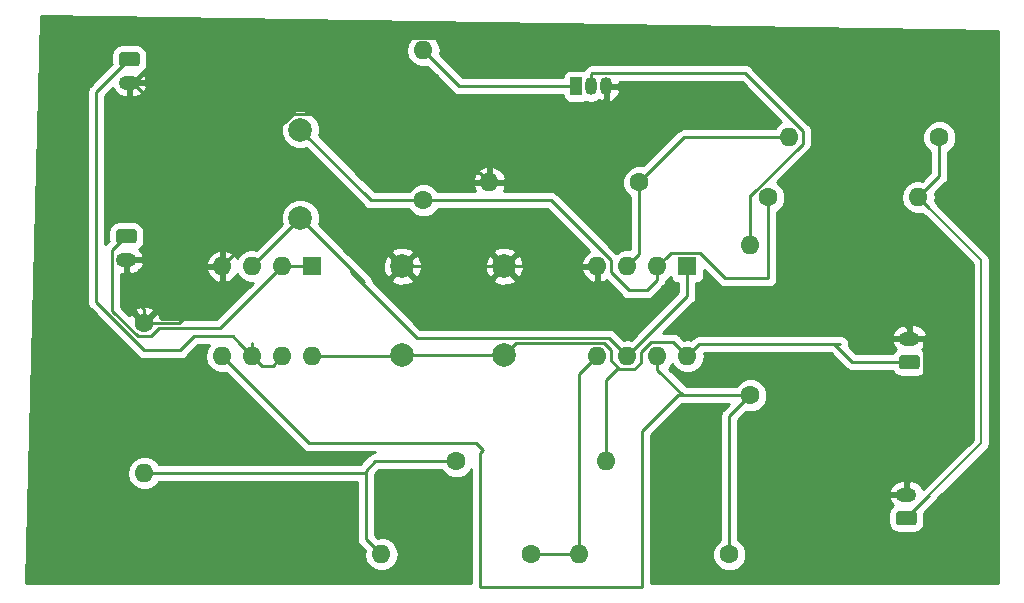
<source format=gtl>
G04 #@! TF.GenerationSoftware,KiCad,Pcbnew,(5.0.1)-rc2*
G04 #@! TF.CreationDate,2018-10-16T02:33:53-04:00*
G04 #@! TF.ProjectId,vco2,76636F322E6B696361645F7063620000,1*
G04 #@! TF.SameCoordinates,Original*
G04 #@! TF.FileFunction,Copper,L1,Top,Signal*
G04 #@! TF.FilePolarity,Positive*
%FSLAX46Y46*%
G04 Gerber Fmt 4.6, Leading zero omitted, Abs format (unit mm)*
G04 Created by KiCad (PCBNEW (5.0.1)-rc2) date 10/16/2018 2:33:53 AM*
%MOMM*%
%LPD*%
G01*
G04 APERTURE LIST*
G04 #@! TA.AperFunction,ComponentPad*
%ADD10O,1.600000X1.600000*%
G04 #@! TD*
G04 #@! TA.AperFunction,ComponentPad*
%ADD11C,1.600000*%
G04 #@! TD*
G04 #@! TA.AperFunction,ComponentPad*
%ADD12C,2.000000*%
G04 #@! TD*
G04 #@! TA.AperFunction,Conductor*
%ADD13C,0.100000*%
G04 #@! TD*
G04 #@! TA.AperFunction,ComponentPad*
%ADD14C,1.200000*%
G04 #@! TD*
G04 #@! TA.AperFunction,ComponentPad*
%ADD15O,1.750000X1.200000*%
G04 #@! TD*
G04 #@! TA.AperFunction,ComponentPad*
%ADD16O,1.050000X1.500000*%
G04 #@! TD*
G04 #@! TA.AperFunction,ComponentPad*
%ADD17R,1.050000X1.500000*%
G04 #@! TD*
G04 #@! TA.AperFunction,ComponentPad*
%ADD18R,1.600000X1.600000*%
G04 #@! TD*
G04 #@! TA.AperFunction,Conductor*
%ADD19C,0.250000*%
G04 #@! TD*
G04 #@! TA.AperFunction,Conductor*
%ADD20C,0.381000*%
G04 #@! TD*
G04 #@! TA.AperFunction,Conductor*
%ADD21C,0.152400*%
G04 #@! TD*
G04 #@! TA.AperFunction,Conductor*
%ADD22C,0.254000*%
G04 #@! TD*
G04 APERTURE END LIST*
D10*
G04 #@! TO.P,R12,2*
G04 #@! TO.N,Net-(R12-Pad2)*
X95250000Y-129032000D03*
D11*
G04 #@! TO.P,R12,1*
G04 #@! TO.N,GND*
X95250000Y-116332000D03*
G04 #@! TD*
D12*
G04 #@! TO.P,C2,1*
G04 #@! TO.N,Net-(C2-Pad1)*
X108458000Y-107442000D03*
G04 #@! TO.P,C2,2*
G04 #@! TO.N,Net-(C2-Pad2)*
X108458000Y-99942000D03*
G04 #@! TD*
G04 #@! TO.P,C3,2*
G04 #@! TO.N,+5V*
X117094000Y-119006000D03*
G04 #@! TO.P,C3,1*
G04 #@! TO.N,GND*
X117094000Y-111506000D03*
G04 #@! TD*
G04 #@! TO.P,C4,1*
G04 #@! TO.N,GND*
X125730000Y-111506000D03*
G04 #@! TO.P,C4,2*
G04 #@! TO.N,+5V*
X125730000Y-119006000D03*
G04 #@! TD*
D13*
G04 #@! TO.N,Net-(J1-Pad1)*
G04 #@! TO.C,J1*
G36*
X160415505Y-132243204D02*
X160439773Y-132246804D01*
X160463572Y-132252765D01*
X160486671Y-132261030D01*
X160508850Y-132271520D01*
X160529893Y-132284132D01*
X160549599Y-132298747D01*
X160567777Y-132315223D01*
X160584253Y-132333401D01*
X160598868Y-132353107D01*
X160611480Y-132374150D01*
X160621970Y-132396329D01*
X160630235Y-132419428D01*
X160636196Y-132443227D01*
X160639796Y-132467495D01*
X160641000Y-132491999D01*
X160641000Y-133192001D01*
X160639796Y-133216505D01*
X160636196Y-133240773D01*
X160630235Y-133264572D01*
X160621970Y-133287671D01*
X160611480Y-133309850D01*
X160598868Y-133330893D01*
X160584253Y-133350599D01*
X160567777Y-133368777D01*
X160549599Y-133385253D01*
X160529893Y-133399868D01*
X160508850Y-133412480D01*
X160486671Y-133422970D01*
X160463572Y-133431235D01*
X160439773Y-133437196D01*
X160415505Y-133440796D01*
X160391001Y-133442000D01*
X159140999Y-133442000D01*
X159116495Y-133440796D01*
X159092227Y-133437196D01*
X159068428Y-133431235D01*
X159045329Y-133422970D01*
X159023150Y-133412480D01*
X159002107Y-133399868D01*
X158982401Y-133385253D01*
X158964223Y-133368777D01*
X158947747Y-133350599D01*
X158933132Y-133330893D01*
X158920520Y-133309850D01*
X158910030Y-133287671D01*
X158901765Y-133264572D01*
X158895804Y-133240773D01*
X158892204Y-133216505D01*
X158891000Y-133192001D01*
X158891000Y-132491999D01*
X158892204Y-132467495D01*
X158895804Y-132443227D01*
X158901765Y-132419428D01*
X158910030Y-132396329D01*
X158920520Y-132374150D01*
X158933132Y-132353107D01*
X158947747Y-132333401D01*
X158964223Y-132315223D01*
X158982401Y-132298747D01*
X159002107Y-132284132D01*
X159023150Y-132271520D01*
X159045329Y-132261030D01*
X159068428Y-132252765D01*
X159092227Y-132246804D01*
X159116495Y-132243204D01*
X159140999Y-132242000D01*
X160391001Y-132242000D01*
X160415505Y-132243204D01*
X160415505Y-132243204D01*
G37*
D14*
G04 #@! TD*
G04 #@! TO.P,J1,1*
G04 #@! TO.N,Net-(J1-Pad1)*
X159766000Y-132842000D03*
D15*
G04 #@! TO.P,J1,2*
G04 #@! TO.N,GND*
X159766000Y-130842000D03*
G04 #@! TD*
G04 #@! TO.P,J2,2*
G04 #@! TO.N,GND*
X160020000Y-117634000D03*
D13*
G04 #@! TD*
G04 #@! TO.N,+5V*
G04 #@! TO.C,J2*
G36*
X160669505Y-119035204D02*
X160693773Y-119038804D01*
X160717572Y-119044765D01*
X160740671Y-119053030D01*
X160762850Y-119063520D01*
X160783893Y-119076132D01*
X160803599Y-119090747D01*
X160821777Y-119107223D01*
X160838253Y-119125401D01*
X160852868Y-119145107D01*
X160865480Y-119166150D01*
X160875970Y-119188329D01*
X160884235Y-119211428D01*
X160890196Y-119235227D01*
X160893796Y-119259495D01*
X160895000Y-119283999D01*
X160895000Y-119984001D01*
X160893796Y-120008505D01*
X160890196Y-120032773D01*
X160884235Y-120056572D01*
X160875970Y-120079671D01*
X160865480Y-120101850D01*
X160852868Y-120122893D01*
X160838253Y-120142599D01*
X160821777Y-120160777D01*
X160803599Y-120177253D01*
X160783893Y-120191868D01*
X160762850Y-120204480D01*
X160740671Y-120214970D01*
X160717572Y-120223235D01*
X160693773Y-120229196D01*
X160669505Y-120232796D01*
X160645001Y-120234000D01*
X159394999Y-120234000D01*
X159370495Y-120232796D01*
X159346227Y-120229196D01*
X159322428Y-120223235D01*
X159299329Y-120214970D01*
X159277150Y-120204480D01*
X159256107Y-120191868D01*
X159236401Y-120177253D01*
X159218223Y-120160777D01*
X159201747Y-120142599D01*
X159187132Y-120122893D01*
X159174520Y-120101850D01*
X159164030Y-120079671D01*
X159155765Y-120056572D01*
X159149804Y-120032773D01*
X159146204Y-120008505D01*
X159145000Y-119984001D01*
X159145000Y-119283999D01*
X159146204Y-119259495D01*
X159149804Y-119235227D01*
X159155765Y-119211428D01*
X159164030Y-119188329D01*
X159174520Y-119166150D01*
X159187132Y-119145107D01*
X159201747Y-119125401D01*
X159218223Y-119107223D01*
X159236401Y-119090747D01*
X159256107Y-119076132D01*
X159277150Y-119063520D01*
X159299329Y-119053030D01*
X159322428Y-119044765D01*
X159346227Y-119038804D01*
X159370495Y-119035204D01*
X159394999Y-119034000D01*
X160645001Y-119034000D01*
X160669505Y-119035204D01*
X160669505Y-119035204D01*
G37*
D14*
G04 #@! TO.P,J2,1*
G04 #@! TO.N,+5V*
X160020000Y-119634000D03*
G04 #@! TD*
D15*
G04 #@! TO.P,J3,2*
G04 #@! TO.N,GND*
X93726000Y-110966000D03*
D13*
G04 #@! TD*
G04 #@! TO.N,Net-(J3-Pad1)*
G04 #@! TO.C,J3*
G36*
X94375505Y-108367204D02*
X94399773Y-108370804D01*
X94423572Y-108376765D01*
X94446671Y-108385030D01*
X94468850Y-108395520D01*
X94489893Y-108408132D01*
X94509599Y-108422747D01*
X94527777Y-108439223D01*
X94544253Y-108457401D01*
X94558868Y-108477107D01*
X94571480Y-108498150D01*
X94581970Y-108520329D01*
X94590235Y-108543428D01*
X94596196Y-108567227D01*
X94599796Y-108591495D01*
X94601000Y-108615999D01*
X94601000Y-109316001D01*
X94599796Y-109340505D01*
X94596196Y-109364773D01*
X94590235Y-109388572D01*
X94581970Y-109411671D01*
X94571480Y-109433850D01*
X94558868Y-109454893D01*
X94544253Y-109474599D01*
X94527777Y-109492777D01*
X94509599Y-109509253D01*
X94489893Y-109523868D01*
X94468850Y-109536480D01*
X94446671Y-109546970D01*
X94423572Y-109555235D01*
X94399773Y-109561196D01*
X94375505Y-109564796D01*
X94351001Y-109566000D01*
X93100999Y-109566000D01*
X93076495Y-109564796D01*
X93052227Y-109561196D01*
X93028428Y-109555235D01*
X93005329Y-109546970D01*
X92983150Y-109536480D01*
X92962107Y-109523868D01*
X92942401Y-109509253D01*
X92924223Y-109492777D01*
X92907747Y-109474599D01*
X92893132Y-109454893D01*
X92880520Y-109433850D01*
X92870030Y-109411671D01*
X92861765Y-109388572D01*
X92855804Y-109364773D01*
X92852204Y-109340505D01*
X92851000Y-109316001D01*
X92851000Y-108615999D01*
X92852204Y-108591495D01*
X92855804Y-108567227D01*
X92861765Y-108543428D01*
X92870030Y-108520329D01*
X92880520Y-108498150D01*
X92893132Y-108477107D01*
X92907747Y-108457401D01*
X92924223Y-108439223D01*
X92942401Y-108422747D01*
X92962107Y-108408132D01*
X92983150Y-108395520D01*
X93005329Y-108385030D01*
X93028428Y-108376765D01*
X93052227Y-108370804D01*
X93076495Y-108367204D01*
X93100999Y-108366000D01*
X94351001Y-108366000D01*
X94375505Y-108367204D01*
X94375505Y-108367204D01*
G37*
D14*
G04 #@! TO.P,J3,1*
G04 #@! TO.N,Net-(J3-Pad1)*
X93726000Y-108966000D03*
G04 #@! TD*
D13*
G04 #@! TO.N,Net-(J4-Pad1)*
G04 #@! TO.C,J4*
G36*
X94629505Y-93381204D02*
X94653773Y-93384804D01*
X94677572Y-93390765D01*
X94700671Y-93399030D01*
X94722850Y-93409520D01*
X94743893Y-93422132D01*
X94763599Y-93436747D01*
X94781777Y-93453223D01*
X94798253Y-93471401D01*
X94812868Y-93491107D01*
X94825480Y-93512150D01*
X94835970Y-93534329D01*
X94844235Y-93557428D01*
X94850196Y-93581227D01*
X94853796Y-93605495D01*
X94855000Y-93629999D01*
X94855000Y-94330001D01*
X94853796Y-94354505D01*
X94850196Y-94378773D01*
X94844235Y-94402572D01*
X94835970Y-94425671D01*
X94825480Y-94447850D01*
X94812868Y-94468893D01*
X94798253Y-94488599D01*
X94781777Y-94506777D01*
X94763599Y-94523253D01*
X94743893Y-94537868D01*
X94722850Y-94550480D01*
X94700671Y-94560970D01*
X94677572Y-94569235D01*
X94653773Y-94575196D01*
X94629505Y-94578796D01*
X94605001Y-94580000D01*
X93354999Y-94580000D01*
X93330495Y-94578796D01*
X93306227Y-94575196D01*
X93282428Y-94569235D01*
X93259329Y-94560970D01*
X93237150Y-94550480D01*
X93216107Y-94537868D01*
X93196401Y-94523253D01*
X93178223Y-94506777D01*
X93161747Y-94488599D01*
X93147132Y-94468893D01*
X93134520Y-94447850D01*
X93124030Y-94425671D01*
X93115765Y-94402572D01*
X93109804Y-94378773D01*
X93106204Y-94354505D01*
X93105000Y-94330001D01*
X93105000Y-93629999D01*
X93106204Y-93605495D01*
X93109804Y-93581227D01*
X93115765Y-93557428D01*
X93124030Y-93534329D01*
X93134520Y-93512150D01*
X93147132Y-93491107D01*
X93161747Y-93471401D01*
X93178223Y-93453223D01*
X93196401Y-93436747D01*
X93216107Y-93422132D01*
X93237150Y-93409520D01*
X93259329Y-93399030D01*
X93282428Y-93390765D01*
X93306227Y-93384804D01*
X93330495Y-93381204D01*
X93354999Y-93380000D01*
X94605001Y-93380000D01*
X94629505Y-93381204D01*
X94629505Y-93381204D01*
G37*
D14*
G04 #@! TD*
G04 #@! TO.P,J4,1*
G04 #@! TO.N,Net-(J4-Pad1)*
X93980000Y-93980000D03*
D15*
G04 #@! TO.P,J4,2*
G04 #@! TO.N,GND*
X93980000Y-95980000D03*
G04 #@! TD*
D16*
G04 #@! TO.P,Q3,2*
G04 #@! TO.N,Net-(Q3-Pad2)*
X133096000Y-96266000D03*
G04 #@! TO.P,Q3,3*
G04 #@! TO.N,GND*
X134366000Y-96266000D03*
D17*
G04 #@! TO.P,Q3,1*
G04 #@! TO.N,Net-(Q3-Pad1)*
X131826000Y-96266000D03*
G04 #@! TD*
D11*
G04 #@! TO.P,R7,1*
G04 #@! TO.N,Net-(C2-Pad2)*
X148082000Y-105664000D03*
D10*
G04 #@! TO.P,R7,2*
G04 #@! TO.N,Net-(J1-Pad1)*
X160782000Y-105664000D03*
G04 #@! TD*
D11*
G04 #@! TO.P,R8,1*
G04 #@! TO.N,Net-(R12-Pad2)*
X121666000Y-128016000D03*
D10*
G04 #@! TO.P,R8,2*
G04 #@! TO.N,+5V*
X134366000Y-128016000D03*
G04 #@! TD*
G04 #@! TO.P,R9,2*
G04 #@! TO.N,Net-(R10-Pad1)*
X149860000Y-100584000D03*
D11*
G04 #@! TO.P,R9,1*
G04 #@! TO.N,Net-(J1-Pad1)*
X162560000Y-100584000D03*
G04 #@! TD*
G04 #@! TO.P,R10,1*
G04 #@! TO.N,Net-(R10-Pad1)*
X137160000Y-104394000D03*
D10*
G04 #@! TO.P,R10,2*
G04 #@! TO.N,GND*
X124460000Y-104394000D03*
G04 #@! TD*
G04 #@! TO.P,R11,2*
G04 #@! TO.N,Net-(Q3-Pad1)*
X118872000Y-93218000D03*
D11*
G04 #@! TO.P,R11,1*
G04 #@! TO.N,Net-(C2-Pad2)*
X118872000Y-105918000D03*
G04 #@! TD*
D10*
G04 #@! TO.P,R13,2*
G04 #@! TO.N,Net-(R12-Pad2)*
X115316000Y-135890000D03*
D11*
G04 #@! TO.P,R13,1*
G04 #@! TO.N,Net-(R13-Pad1)*
X128016000Y-135890000D03*
G04 #@! TD*
G04 #@! TO.P,R14,1*
G04 #@! TO.N,Net-(R14-Pad1)*
X144780000Y-135890000D03*
D10*
G04 #@! TO.P,R14,2*
G04 #@! TO.N,Net-(R13-Pad1)*
X132080000Y-135890000D03*
G04 #@! TD*
D11*
G04 #@! TO.P,R15,1*
G04 #@! TO.N,Net-(R14-Pad1)*
X146558000Y-122428000D03*
D10*
G04 #@! TO.P,R15,2*
G04 #@! TO.N,Net-(Q3-Pad2)*
X146558000Y-109728000D03*
G04 #@! TD*
D18*
G04 #@! TO.P,U3,1*
G04 #@! TO.N,Net-(C2-Pad1)*
X141224000Y-111506000D03*
D10*
G04 #@! TO.P,U3,5*
G04 #@! TO.N,Net-(R13-Pad1)*
X133604000Y-119126000D03*
G04 #@! TO.P,U3,2*
G04 #@! TO.N,Net-(C2-Pad2)*
X138684000Y-111506000D03*
G04 #@! TO.P,U3,6*
G04 #@! TO.N,Net-(C2-Pad1)*
X136144000Y-119126000D03*
G04 #@! TO.P,U3,3*
G04 #@! TO.N,Net-(R10-Pad1)*
X136144000Y-111506000D03*
G04 #@! TO.P,U3,7*
G04 #@! TO.N,Net-(R14-Pad1)*
X138684000Y-119126000D03*
G04 #@! TO.P,U3,4*
G04 #@! TO.N,GND*
X133604000Y-111506000D03*
G04 #@! TO.P,U3,8*
G04 #@! TO.N,+5V*
X141224000Y-119126000D03*
G04 #@! TD*
G04 #@! TO.P,U4,8*
G04 #@! TO.N,+5V*
X109474000Y-119126000D03*
G04 #@! TO.P,U4,4*
G04 #@! TO.N,GND*
X101854000Y-111506000D03*
G04 #@! TO.P,U4,7*
G04 #@! TO.N,Net-(J4-Pad1)*
X106934000Y-119126000D03*
G04 #@! TO.P,U4,3*
G04 #@! TO.N,Net-(C2-Pad1)*
X104394000Y-111506000D03*
G04 #@! TO.P,U4,6*
G04 #@! TO.N,Net-(J4-Pad1)*
X104394000Y-119126000D03*
G04 #@! TO.P,U4,2*
G04 #@! TO.N,Net-(J3-Pad1)*
X106934000Y-111506000D03*
G04 #@! TO.P,U4,5*
G04 #@! TO.N,Net-(R14-Pad1)*
X101854000Y-119126000D03*
D18*
G04 #@! TO.P,U4,1*
G04 #@! TO.N,Net-(J3-Pad1)*
X109474000Y-111506000D03*
G04 #@! TD*
D19*
G04 #@! TO.N,Net-(C2-Pad1)*
X104394000Y-111506000D02*
X108458000Y-107442000D01*
X109457999Y-108441999D02*
X108458000Y-107442000D01*
X113847001Y-112831001D02*
X113792000Y-112776000D01*
X141224000Y-114046000D02*
X136144000Y-119126000D01*
X141224000Y-111506000D02*
X141224000Y-114046000D01*
X112776000Y-112014000D02*
X112776000Y-111760000D01*
X118312990Y-117550990D02*
X112776000Y-112014000D01*
X134568990Y-117550990D02*
X118312990Y-117550990D01*
X136144000Y-119126000D02*
X134568990Y-117550990D01*
X113792000Y-112776000D02*
X112776000Y-111760000D01*
X112776000Y-111760000D02*
X109457999Y-108441999D01*
G04 #@! TO.N,Net-(C2-Pad2)*
X114434000Y-105918000D02*
X118872000Y-105918000D01*
X108458000Y-99942000D02*
X114434000Y-105918000D01*
X120003370Y-105918000D02*
X118872000Y-105918000D01*
X129681002Y-105918000D02*
X120003370Y-105918000D01*
X134729001Y-110965999D02*
X129681002Y-105918000D01*
X134729001Y-111994591D02*
X134729001Y-110965999D01*
X136272410Y-113538000D02*
X134729001Y-111994591D01*
X137783370Y-113538000D02*
X136272410Y-113538000D01*
X138684000Y-112637370D02*
X137783370Y-113538000D01*
X138684000Y-111506000D02*
X138684000Y-112637370D01*
X139483999Y-110706001D02*
X138684000Y-111506000D01*
X139809001Y-110380999D02*
X139483999Y-110706001D01*
X142284001Y-110380999D02*
X139809001Y-110380999D01*
X144425002Y-112522000D02*
X142284001Y-110380999D01*
X148082000Y-112522000D02*
X144425002Y-112522000D01*
X148082000Y-105664000D02*
X148082000Y-112522000D01*
G04 #@! TO.N,+5V*
X116974000Y-119126000D02*
X117094000Y-119006000D01*
X109474000Y-119126000D02*
X116974000Y-119126000D01*
X142240000Y-118110000D02*
X141224000Y-119126000D01*
X126729999Y-118006001D02*
X125730000Y-119006000D01*
X126735001Y-118000999D02*
X126729999Y-118006001D01*
X134144001Y-118000999D02*
X126735001Y-118000999D01*
X134729001Y-118585999D02*
X134144001Y-118000999D01*
X136684001Y-120251001D02*
X135491001Y-120251001D01*
X137269001Y-119666001D02*
X136684001Y-120251001D01*
X137269001Y-118762999D02*
X137269001Y-119666001D01*
X138111795Y-117920205D02*
X137269001Y-118762999D01*
X140018205Y-117920205D02*
X138111795Y-117920205D01*
X134729001Y-119489001D02*
X134729001Y-118585999D01*
X141224000Y-119126000D02*
X140018205Y-117920205D01*
X134366000Y-121158000D02*
X135382000Y-120142000D01*
X134366000Y-126238000D02*
X134366000Y-121158000D01*
X135382000Y-120142000D02*
X134729001Y-119489001D01*
X135491001Y-120251001D02*
X135382000Y-120142000D01*
X134366000Y-126238000D02*
X134366000Y-125984000D01*
X134366000Y-128016000D02*
X134366000Y-126238000D01*
X118508213Y-119006000D02*
X125730000Y-119006000D01*
X117094000Y-119006000D02*
X118508213Y-119006000D01*
X155194000Y-119634000D02*
X153670000Y-118110000D01*
X160020000Y-119634000D02*
X155194000Y-119634000D01*
X154178000Y-118110000D02*
X153670000Y-118110000D01*
X153670000Y-118110000D02*
X142240000Y-118110000D01*
G04 #@! TO.N,GND*
X93451000Y-110966000D02*
X93726000Y-110966000D01*
X101854000Y-111506000D02*
X108204000Y-105156000D01*
X110744000Y-105156000D02*
X117094000Y-111506000D01*
X108204000Y-105156000D02*
X110744000Y-105156000D01*
X125730000Y-111506000D02*
X133604000Y-111506000D01*
X101314000Y-110966000D02*
X101854000Y-111506000D01*
X159766000Y-129992000D02*
X159766000Y-130842000D01*
X161220010Y-128537990D02*
X159766000Y-129992000D01*
X161220010Y-117709010D02*
X161220010Y-128537990D01*
X161145000Y-117634000D02*
X161220010Y-117709010D01*
X160020000Y-117634000D02*
X161145000Y-117634000D01*
X159798000Y-117856000D02*
X160020000Y-117634000D01*
X93726000Y-110966000D02*
X93726000Y-111816000D01*
X94940000Y-114890630D02*
X94940000Y-113030000D01*
X95250000Y-115200630D02*
X94940000Y-114890630D01*
X95250000Y-116332000D02*
X95250000Y-115200630D01*
X93726000Y-111816000D02*
X94940000Y-113030000D01*
X94940000Y-113030000D02*
X94996000Y-113086000D01*
X123660001Y-103594001D02*
X116040001Y-103594001D01*
X124460000Y-104394000D02*
X123660001Y-103594001D01*
X101854000Y-110374630D02*
X101854000Y-111506000D01*
X101854000Y-104584998D02*
X101854000Y-110374630D01*
X107821999Y-98616999D02*
X101854000Y-104584998D01*
X116040001Y-103594001D02*
X111062999Y-98616999D01*
X93705000Y-95980000D02*
X93980000Y-95980000D01*
X94255000Y-95980000D02*
X96891999Y-98616999D01*
X111062999Y-98616999D02*
X108204000Y-98616999D01*
X108204000Y-98616999D02*
X107821999Y-98616999D01*
X96381370Y-116332000D02*
X95250000Y-116332000D01*
X98172410Y-116332000D02*
X96381370Y-116332000D01*
X101854000Y-112650410D02*
X98172410Y-116332000D01*
X101854000Y-111506000D02*
X101854000Y-112650410D01*
X117094000Y-111506000D02*
X125730000Y-111506000D01*
X99060000Y-106757000D02*
X99060000Y-98616999D01*
X94851000Y-110966000D02*
X99060000Y-106757000D01*
X93726000Y-110966000D02*
X94851000Y-110966000D01*
X96891999Y-98616999D02*
X99060000Y-98616999D01*
X99060000Y-98616999D02*
X108204000Y-98616999D01*
X93980000Y-95980000D02*
X94255000Y-95980000D01*
X125591370Y-104394000D02*
X124460000Y-104394000D01*
X127238000Y-104394000D02*
X125591370Y-104394000D01*
X134366000Y-97266000D02*
X127238000Y-104394000D01*
X134366000Y-96266000D02*
X134366000Y-97266000D01*
D20*
X98142001Y-92092999D02*
X94255000Y-95980000D01*
X154801999Y-92092999D02*
X98142001Y-92092999D01*
X157226000Y-94517000D02*
X154801999Y-92092999D01*
X157226000Y-113990000D02*
X157226000Y-94517000D01*
X160020000Y-116784000D02*
X157226000Y-113990000D01*
D19*
X160020000Y-117634000D02*
X160020000Y-116784000D01*
G04 #@! TO.N,Net-(J1-Pad1)*
X162560000Y-103886000D02*
X162560000Y-100584000D01*
X160782000Y-105664000D02*
X162306000Y-104140000D01*
X162306000Y-104140000D02*
X162560000Y-103886000D01*
X161581999Y-106463999D02*
X160782000Y-105664000D01*
X161670020Y-106552020D02*
X161581999Y-106463999D01*
D21*
X166116000Y-110998000D02*
X166116000Y-126492000D01*
X161670020Y-106552020D02*
X166116000Y-110998000D01*
X166116000Y-126492000D02*
X161544000Y-131064000D01*
D19*
X159766000Y-132842000D02*
X161544000Y-131064000D01*
X161544000Y-131064000D02*
X161670020Y-130937980D01*
G04 #@! TO.N,Net-(J3-Pad1)*
X108065370Y-111506000D02*
X109474000Y-111506000D01*
X106934000Y-111506000D02*
X108065370Y-111506000D01*
X93055290Y-109636710D02*
X93726000Y-108966000D01*
X92525990Y-110166010D02*
X93055290Y-109636710D01*
X92525990Y-115272992D02*
X92525990Y-110166010D01*
X94709999Y-117457001D02*
X92525990Y-115272992D01*
X95790001Y-117457001D02*
X94709999Y-117457001D01*
X96464992Y-116782010D02*
X95790001Y-117457001D01*
X101657990Y-116782010D02*
X96464992Y-116782010D01*
X106934000Y-111506000D02*
X101657990Y-116782010D01*
G04 #@! TO.N,Net-(J4-Pad1)*
X104394000Y-119126000D02*
X104394000Y-117994630D01*
X106134001Y-119925999D02*
X106934000Y-119126000D01*
X105193999Y-119925999D02*
X106134001Y-119925999D01*
X104394000Y-119126000D02*
X105193999Y-119925999D01*
X92525990Y-95434010D02*
X93980000Y-93980000D01*
X103378000Y-118110000D02*
X103268999Y-118000999D01*
X104394000Y-119126000D02*
X103378000Y-118110000D01*
X91186000Y-96774000D02*
X92525990Y-95434010D01*
X91186000Y-114569412D02*
X91186000Y-113792000D01*
X91186000Y-113933002D02*
X91186000Y-113792000D01*
X102725001Y-117457001D02*
X99458999Y-117457001D01*
X103378000Y-118110000D02*
X102725001Y-117457001D01*
X99458999Y-117457001D02*
X98298000Y-118618000D01*
X95234588Y-118618000D02*
X91186000Y-114569412D01*
X91186000Y-113792000D02*
X91186000Y-96774000D01*
X98298000Y-118618000D02*
X95234588Y-118618000D01*
G04 #@! TO.N,Net-(Q3-Pad2)*
X146558000Y-108596630D02*
X146558000Y-109728000D01*
X150985001Y-101124001D02*
X146558000Y-105551002D01*
X146131992Y-95190990D02*
X150985001Y-100043999D01*
X133171010Y-95190990D02*
X146131992Y-95190990D01*
X133096000Y-95266000D02*
X133171010Y-95190990D01*
X150985001Y-100043999D02*
X150985001Y-101124001D01*
X133096000Y-96266000D02*
X133096000Y-95266000D01*
X146558000Y-106426000D02*
X146558000Y-108596630D01*
X146558000Y-105551002D02*
X146558000Y-106426000D01*
X146558000Y-105522998D02*
X146558000Y-106426000D01*
G04 #@! TO.N,Net-(Q3-Pad1)*
X120396000Y-94742000D02*
X118872000Y-93218000D01*
X121920000Y-96266000D02*
X118872000Y-93218000D01*
X131826000Y-96266000D02*
X121920000Y-96266000D01*
G04 #@! TO.N,Net-(R12-Pad2)*
X115939370Y-128016000D02*
X121666000Y-128016000D01*
X114808000Y-128016000D02*
X115939370Y-128016000D01*
X114516001Y-135090001D02*
X115316000Y-135890000D01*
X114008001Y-134582001D02*
X114516001Y-135090001D01*
X114808000Y-128016000D02*
X114008001Y-128815999D01*
X95250000Y-129032000D02*
X114008001Y-129032000D01*
X114008001Y-128815999D02*
X114008001Y-129032000D01*
X114008001Y-129032000D02*
X114008001Y-134582001D01*
G04 #@! TO.N,Net-(R10-Pad1)*
X137160000Y-110490000D02*
X137160000Y-104394000D01*
X136144000Y-111506000D02*
X137160000Y-110490000D01*
X140970000Y-100584000D02*
X149860000Y-100584000D01*
X137160000Y-104394000D02*
X140970000Y-100584000D01*
G04 #@! TO.N,Net-(R13-Pad1)*
X128016000Y-135890000D02*
X132080000Y-135890000D01*
X132080000Y-120650000D02*
X133604000Y-119126000D01*
X132080000Y-135890000D02*
X132080000Y-120650000D01*
G04 #@! TO.N,Net-(R14-Pad1)*
X144780000Y-124206000D02*
X146558000Y-122428000D01*
X144780000Y-135890000D02*
X144780000Y-124206000D01*
X140462000Y-122428000D02*
X137414000Y-125476000D01*
X137414000Y-125476000D02*
X137414000Y-138684000D01*
X137414000Y-138684000D02*
X123698000Y-138684000D01*
X123698000Y-138684000D02*
X123698000Y-127366998D01*
X123331002Y-126492000D02*
X123952000Y-127112998D01*
X109220000Y-126492000D02*
X123331002Y-126492000D01*
X101854000Y-119126000D02*
X109220000Y-126492000D01*
X123698000Y-127366998D02*
X123952000Y-127112998D01*
X140854630Y-122428000D02*
X141224000Y-122428000D01*
X138684000Y-120257370D02*
X140854630Y-122428000D01*
X138684000Y-119126000D02*
X138684000Y-120257370D01*
X146558000Y-122428000D02*
X141224000Y-122428000D01*
X141224000Y-122428000D02*
X140462000Y-122428000D01*
G04 #@! TD*
D22*
G04 #@! TO.N,GND*
G36*
X167513000Y-91565031D02*
X167513000Y-138303000D01*
X138174000Y-138303000D01*
X138174000Y-125790801D01*
X140776802Y-123188000D01*
X140779782Y-123188000D01*
X140854629Y-123202888D01*
X140929476Y-123188000D01*
X144723199Y-123188000D01*
X144295528Y-123615671D01*
X144232072Y-123658071D01*
X144189672Y-123721527D01*
X144189671Y-123721528D01*
X144064097Y-123909463D01*
X144005112Y-124206000D01*
X144020001Y-124280852D01*
X144020000Y-134651570D01*
X143967138Y-134673466D01*
X143563466Y-135077138D01*
X143345000Y-135604561D01*
X143345000Y-136175439D01*
X143563466Y-136702862D01*
X143967138Y-137106534D01*
X144494561Y-137325000D01*
X145065439Y-137325000D01*
X145592862Y-137106534D01*
X145996534Y-136702862D01*
X146215000Y-136175439D01*
X146215000Y-135604561D01*
X145996534Y-135077138D01*
X145592862Y-134673466D01*
X145540000Y-134651570D01*
X145540000Y-132491999D01*
X158243560Y-132491999D01*
X158243560Y-133192001D01*
X158311873Y-133535436D01*
X158506414Y-133826586D01*
X158797564Y-134021127D01*
X159140999Y-134089440D01*
X160391001Y-134089440D01*
X160734436Y-134021127D01*
X161025586Y-133826586D01*
X161220127Y-133535436D01*
X161288440Y-133192001D01*
X161288440Y-132491999D01*
X161272241Y-132410561D01*
X162134329Y-131548473D01*
X162134331Y-131548470D01*
X162260349Y-131422452D01*
X162385923Y-131234517D01*
X162387575Y-131226213D01*
X166569367Y-127044422D01*
X166628746Y-127004746D01*
X166668422Y-126945367D01*
X166668424Y-126945365D01*
X166785935Y-126769498D01*
X166785935Y-126769497D01*
X166785936Y-126769496D01*
X166827200Y-126562046D01*
X166827200Y-126562043D01*
X166841132Y-126492001D01*
X166827200Y-126421959D01*
X166827200Y-111068041D01*
X166841132Y-110997999D01*
X166827200Y-110927955D01*
X166827200Y-110927954D01*
X166785936Y-110720504D01*
X166785935Y-110720502D01*
X166668424Y-110544635D01*
X166668420Y-110544631D01*
X166628745Y-110485254D01*
X166569369Y-110445580D01*
X162387575Y-106263787D01*
X162385923Y-106255483D01*
X162260349Y-106067547D01*
X162180688Y-105987886D01*
X162245113Y-105664000D01*
X162180688Y-105340114D01*
X162896329Y-104624474D01*
X162896333Y-104624468D01*
X163044470Y-104476331D01*
X163107929Y-104433929D01*
X163275904Y-104182537D01*
X163320000Y-103960852D01*
X163320000Y-103960848D01*
X163334888Y-103886001D01*
X163320000Y-103811154D01*
X163320000Y-101822430D01*
X163372862Y-101800534D01*
X163776534Y-101396862D01*
X163995000Y-100869439D01*
X163995000Y-100298561D01*
X163776534Y-99771138D01*
X163372862Y-99367466D01*
X162845439Y-99149000D01*
X162274561Y-99149000D01*
X161747138Y-99367466D01*
X161343466Y-99771138D01*
X161125000Y-100298561D01*
X161125000Y-100869439D01*
X161343466Y-101396862D01*
X161747138Y-101800534D01*
X161800001Y-101822430D01*
X161800000Y-103571197D01*
X161105886Y-104265312D01*
X160923333Y-104229000D01*
X160640667Y-104229000D01*
X160222091Y-104312260D01*
X159747423Y-104629423D01*
X159430260Y-105104091D01*
X159318887Y-105664000D01*
X159430260Y-106223909D01*
X159747423Y-106698577D01*
X160222091Y-107015740D01*
X160640667Y-107099000D01*
X160923333Y-107099000D01*
X161105886Y-107062688D01*
X161185547Y-107142349D01*
X161373483Y-107267923D01*
X161381787Y-107269575D01*
X165404800Y-111292589D01*
X165404801Y-126197410D01*
X161381787Y-130220425D01*
X161373483Y-130222077D01*
X161185548Y-130347651D01*
X161166894Y-130366305D01*
X161004080Y-130058526D01*
X160630947Y-129749610D01*
X160168000Y-129607000D01*
X159893000Y-129607000D01*
X159893000Y-130715000D01*
X159913000Y-130715000D01*
X159913000Y-130969000D01*
X159893000Y-130969000D01*
X159893000Y-130989000D01*
X159639000Y-130989000D01*
X159639000Y-130969000D01*
X158422269Y-130969000D01*
X158297538Y-131159609D01*
X158301408Y-131197281D01*
X158527920Y-131625474D01*
X158673347Y-131745873D01*
X158506414Y-131857414D01*
X158311873Y-132148564D01*
X158243560Y-132491999D01*
X145540000Y-132491999D01*
X145540000Y-130524391D01*
X158297538Y-130524391D01*
X158422269Y-130715000D01*
X159639000Y-130715000D01*
X159639000Y-129607000D01*
X159364000Y-129607000D01*
X158901053Y-129749610D01*
X158527920Y-130058526D01*
X158301408Y-130486719D01*
X158297538Y-130524391D01*
X145540000Y-130524391D01*
X145540000Y-124520801D01*
X146219698Y-123841103D01*
X146272561Y-123863000D01*
X146843439Y-123863000D01*
X147370862Y-123644534D01*
X147774534Y-123240862D01*
X147993000Y-122713439D01*
X147993000Y-122142561D01*
X147774534Y-121615138D01*
X147370862Y-121211466D01*
X146843439Y-120993000D01*
X146272561Y-120993000D01*
X145745138Y-121211466D01*
X145341466Y-121615138D01*
X145319570Y-121668000D01*
X141169433Y-121668000D01*
X139684667Y-120183235D01*
X139718577Y-120160577D01*
X139954000Y-119808242D01*
X140189423Y-120160577D01*
X140664091Y-120477740D01*
X141082667Y-120561000D01*
X141365333Y-120561000D01*
X141783909Y-120477740D01*
X142258577Y-120160577D01*
X142575740Y-119685909D01*
X142687113Y-119126000D01*
X142636191Y-118870000D01*
X153355199Y-118870000D01*
X154603673Y-120118476D01*
X154646071Y-120181929D01*
X154709524Y-120224327D01*
X154709526Y-120224329D01*
X154749444Y-120251001D01*
X154897463Y-120349904D01*
X155119148Y-120394000D01*
X155119152Y-120394000D01*
X155193999Y-120408888D01*
X155268846Y-120394000D01*
X158610350Y-120394000D01*
X158760414Y-120618586D01*
X159051564Y-120813127D01*
X159394999Y-120881440D01*
X160645001Y-120881440D01*
X160988436Y-120813127D01*
X161279586Y-120618586D01*
X161474127Y-120327436D01*
X161542440Y-119984001D01*
X161542440Y-119283999D01*
X161474127Y-118940564D01*
X161279586Y-118649414D01*
X161112653Y-118537873D01*
X161258080Y-118417474D01*
X161484592Y-117989281D01*
X161488462Y-117951609D01*
X161363731Y-117761000D01*
X160147000Y-117761000D01*
X160147000Y-117781000D01*
X159893000Y-117781000D01*
X159893000Y-117761000D01*
X158676269Y-117761000D01*
X158551538Y-117951609D01*
X158555408Y-117989281D01*
X158781920Y-118417474D01*
X158927347Y-118537873D01*
X158760414Y-118649414D01*
X158610350Y-118874000D01*
X155508803Y-118874000D01*
X154918365Y-118283563D01*
X154952889Y-118110000D01*
X154893904Y-117813463D01*
X154725929Y-117562071D01*
X154474537Y-117394096D01*
X154252852Y-117350000D01*
X153744847Y-117350000D01*
X153670000Y-117335112D01*
X153595153Y-117350000D01*
X142314847Y-117350000D01*
X142240000Y-117335112D01*
X142165153Y-117350000D01*
X142165148Y-117350000D01*
X141943463Y-117394096D01*
X141692071Y-117562071D01*
X141649671Y-117625527D01*
X141547886Y-117727312D01*
X141365333Y-117691000D01*
X141082667Y-117691000D01*
X140900113Y-117727312D01*
X140608536Y-117435735D01*
X140566134Y-117372276D01*
X140482497Y-117316391D01*
X158551538Y-117316391D01*
X158676269Y-117507000D01*
X159893000Y-117507000D01*
X159893000Y-116399000D01*
X160147000Y-116399000D01*
X160147000Y-117507000D01*
X161363731Y-117507000D01*
X161488462Y-117316391D01*
X161484592Y-117278719D01*
X161258080Y-116850526D01*
X160884947Y-116541610D01*
X160422000Y-116399000D01*
X160147000Y-116399000D01*
X159893000Y-116399000D01*
X159618000Y-116399000D01*
X159155053Y-116541610D01*
X158781920Y-116850526D01*
X158555408Y-117278719D01*
X158551538Y-117316391D01*
X140482497Y-117316391D01*
X140314742Y-117204301D01*
X140093057Y-117160205D01*
X140093052Y-117160205D01*
X140018205Y-117145317D01*
X139943358Y-117160205D01*
X139184596Y-117160205D01*
X141708473Y-114636329D01*
X141771929Y-114593929D01*
X141939904Y-114342537D01*
X141984000Y-114120852D01*
X141984000Y-114120847D01*
X141998888Y-114046000D01*
X141984000Y-113971153D01*
X141984000Y-112953440D01*
X142024000Y-112953440D01*
X142271765Y-112904157D01*
X142481809Y-112763809D01*
X142622157Y-112553765D01*
X142671440Y-112306000D01*
X142671440Y-111843239D01*
X143834673Y-113006473D01*
X143877073Y-113069929D01*
X143940529Y-113112329D01*
X144128464Y-113237904D01*
X144176607Y-113247480D01*
X144350150Y-113282000D01*
X144350154Y-113282000D01*
X144425002Y-113296888D01*
X144499850Y-113282000D01*
X148007148Y-113282000D01*
X148082000Y-113296889D01*
X148211590Y-113271112D01*
X148378537Y-113237904D01*
X148629929Y-113069929D01*
X148797904Y-112818537D01*
X148856889Y-112522000D01*
X148842000Y-112447148D01*
X148842000Y-106902430D01*
X148894862Y-106880534D01*
X149298534Y-106476862D01*
X149517000Y-105949439D01*
X149517000Y-105378561D01*
X149298534Y-104851138D01*
X148894862Y-104447466D01*
X148782768Y-104401035D01*
X151469474Y-101714330D01*
X151532930Y-101671930D01*
X151700905Y-101420538D01*
X151745001Y-101198853D01*
X151745001Y-101198848D01*
X151759889Y-101124001D01*
X151745001Y-101049154D01*
X151745001Y-100118845D01*
X151759889Y-100043998D01*
X151745001Y-99969151D01*
X151745001Y-99969147D01*
X151700905Y-99747462D01*
X151532930Y-99496070D01*
X151469474Y-99453670D01*
X146722323Y-94706520D01*
X146679921Y-94643061D01*
X146428529Y-94475086D01*
X146206844Y-94430990D01*
X146206839Y-94430990D01*
X146131992Y-94416102D01*
X146057145Y-94430990D01*
X133245856Y-94430990D01*
X133171009Y-94416102D01*
X133096162Y-94430990D01*
X133096158Y-94430990D01*
X132874473Y-94475086D01*
X132623081Y-94643061D01*
X132593035Y-94688027D01*
X132548072Y-94718071D01*
X132505672Y-94781527D01*
X132505671Y-94781528D01*
X132436195Y-94885506D01*
X132351000Y-94868560D01*
X131301000Y-94868560D01*
X131053235Y-94917843D01*
X130843191Y-95058191D01*
X130702843Y-95268235D01*
X130655549Y-95506000D01*
X122234802Y-95506000D01*
X120986332Y-94257530D01*
X120986329Y-94257526D01*
X120270688Y-93541886D01*
X120335113Y-93218000D01*
X120223740Y-92658091D01*
X119906577Y-92183423D01*
X119431909Y-91866260D01*
X119013333Y-91783000D01*
X118730667Y-91783000D01*
X118312091Y-91866260D01*
X117837423Y-92183423D01*
X117520260Y-92658091D01*
X117408887Y-93218000D01*
X117520260Y-93777909D01*
X117837423Y-94252577D01*
X118312091Y-94569740D01*
X118730667Y-94653000D01*
X119013333Y-94653000D01*
X119195886Y-94616688D01*
X119911526Y-95332329D01*
X119911530Y-95332332D01*
X121329671Y-96750473D01*
X121372071Y-96813929D01*
X121623463Y-96981904D01*
X121845148Y-97026000D01*
X121845153Y-97026000D01*
X121920000Y-97040888D01*
X121994847Y-97026000D01*
X130655549Y-97026000D01*
X130702843Y-97263765D01*
X130843191Y-97473809D01*
X131053235Y-97614157D01*
X131301000Y-97663440D01*
X132351000Y-97663440D01*
X132598765Y-97614157D01*
X132644134Y-97583842D01*
X133096000Y-97673725D01*
X133548609Y-97583695D01*
X133740996Y-97455146D01*
X133998664Y-97601266D01*
X134060190Y-97609964D01*
X134239000Y-97484163D01*
X134239000Y-96690709D01*
X134256000Y-96605245D01*
X134256000Y-96393000D01*
X134493000Y-96393000D01*
X134493000Y-97484163D01*
X134671810Y-97609964D01*
X134733336Y-97601266D01*
X135130255Y-97376179D01*
X135410823Y-97016331D01*
X135532326Y-96576506D01*
X135372593Y-96393000D01*
X134493000Y-96393000D01*
X134256000Y-96393000D01*
X134256000Y-96119000D01*
X134493000Y-96119000D01*
X134493000Y-96139000D01*
X135372593Y-96139000D01*
X135532326Y-95955494D01*
X135531082Y-95950990D01*
X145817191Y-95950990D01*
X149179222Y-99313022D01*
X148825423Y-99549423D01*
X148641957Y-99824000D01*
X141044848Y-99824000D01*
X140970000Y-99809112D01*
X140895152Y-99824000D01*
X140895148Y-99824000D01*
X140721605Y-99858520D01*
X140673462Y-99868096D01*
X140562858Y-99942000D01*
X140422071Y-100036071D01*
X140379671Y-100099527D01*
X137498302Y-102980897D01*
X137445439Y-102959000D01*
X136874561Y-102959000D01*
X136347138Y-103177466D01*
X135943466Y-103581138D01*
X135725000Y-104108561D01*
X135725000Y-104679439D01*
X135943466Y-105206862D01*
X136347138Y-105610534D01*
X136400001Y-105632431D01*
X136400000Y-110093809D01*
X136285333Y-110071000D01*
X136002667Y-110071000D01*
X135584091Y-110154260D01*
X135233101Y-110388784D01*
X135213474Y-110375670D01*
X130271333Y-105433530D01*
X130228931Y-105370071D01*
X129977539Y-105202096D01*
X129755854Y-105158000D01*
X129755849Y-105158000D01*
X129681002Y-105143112D01*
X129606155Y-105158000D01*
X125666966Y-105158000D01*
X125691041Y-105131423D01*
X125851904Y-104743039D01*
X125729915Y-104521000D01*
X124587000Y-104521000D01*
X124587000Y-104541000D01*
X124333000Y-104541000D01*
X124333000Y-104521000D01*
X123190085Y-104521000D01*
X123068096Y-104743039D01*
X123228959Y-105131423D01*
X123253034Y-105158000D01*
X120110430Y-105158000D01*
X120088534Y-105105138D01*
X119684862Y-104701466D01*
X119157439Y-104483000D01*
X118586561Y-104483000D01*
X118059138Y-104701466D01*
X117655466Y-105105138D01*
X117633570Y-105158000D01*
X114748802Y-105158000D01*
X113635763Y-104044961D01*
X123068096Y-104044961D01*
X123190085Y-104267000D01*
X124333000Y-104267000D01*
X124333000Y-103123371D01*
X124587000Y-103123371D01*
X124587000Y-104267000D01*
X125729915Y-104267000D01*
X125851904Y-104044961D01*
X125691041Y-103656577D01*
X125315134Y-103241611D01*
X124809041Y-103002086D01*
X124587000Y-103123371D01*
X124333000Y-103123371D01*
X124110959Y-103002086D01*
X123604866Y-103241611D01*
X123228959Y-103656577D01*
X123068096Y-104044961D01*
X113635763Y-104044961D01*
X110024177Y-100433376D01*
X110093000Y-100267222D01*
X110093000Y-99616778D01*
X109844086Y-99015847D01*
X109384153Y-98555914D01*
X108783222Y-98307000D01*
X108132778Y-98307000D01*
X107531847Y-98555914D01*
X107071914Y-99015847D01*
X106823000Y-99616778D01*
X106823000Y-100267222D01*
X107071914Y-100868153D01*
X107531847Y-101328086D01*
X108132778Y-101577000D01*
X108783222Y-101577000D01*
X108949376Y-101508177D01*
X113843670Y-106402472D01*
X113886071Y-106465929D01*
X114137463Y-106633904D01*
X114359148Y-106678000D01*
X114359152Y-106678000D01*
X114433999Y-106692888D01*
X114508846Y-106678000D01*
X117633570Y-106678000D01*
X117655466Y-106730862D01*
X118059138Y-107134534D01*
X118586561Y-107353000D01*
X119157439Y-107353000D01*
X119684862Y-107134534D01*
X120088534Y-106730862D01*
X120110430Y-106678000D01*
X129366201Y-106678000D01*
X132934872Y-110246672D01*
X132866577Y-110274959D01*
X132451611Y-110650866D01*
X132212086Y-111156959D01*
X132333371Y-111379000D01*
X133477000Y-111379000D01*
X133477000Y-111359000D01*
X133731000Y-111359000D01*
X133731000Y-111379000D01*
X133751000Y-111379000D01*
X133751000Y-111633000D01*
X133731000Y-111633000D01*
X133731000Y-112775915D01*
X133953039Y-112897904D01*
X134341423Y-112737041D01*
X134370400Y-112710791D01*
X135682081Y-114022473D01*
X135724481Y-114085929D01*
X135975873Y-114253904D01*
X136197558Y-114298000D01*
X136197563Y-114298000D01*
X136272410Y-114312888D01*
X136347257Y-114298000D01*
X137708523Y-114298000D01*
X137783370Y-114312888D01*
X137858217Y-114298000D01*
X137858222Y-114298000D01*
X138079907Y-114253904D01*
X138331299Y-114085929D01*
X138373701Y-114022470D01*
X139168473Y-113227699D01*
X139231929Y-113185299D01*
X139399904Y-112933907D01*
X139441288Y-112725855D01*
X139718577Y-112540577D01*
X139799215Y-112419894D01*
X139825843Y-112553765D01*
X139966191Y-112763809D01*
X140176235Y-112904157D01*
X140424000Y-112953440D01*
X140464001Y-112953440D01*
X140464001Y-113731197D01*
X136467887Y-117727312D01*
X136285333Y-117691000D01*
X136002667Y-117691000D01*
X135820114Y-117727312D01*
X135159321Y-117066520D01*
X135116919Y-117003061D01*
X134865527Y-116835086D01*
X134643842Y-116790990D01*
X134643837Y-116790990D01*
X134568990Y-116776102D01*
X134494143Y-116790990D01*
X118627793Y-116790990D01*
X114610489Y-112773687D01*
X114587583Y-112658532D01*
X116121073Y-112658532D01*
X116219736Y-112925387D01*
X116829461Y-113151908D01*
X117479460Y-113127856D01*
X117968264Y-112925387D01*
X118066927Y-112658532D01*
X124757073Y-112658532D01*
X124855736Y-112925387D01*
X125465461Y-113151908D01*
X126115460Y-113127856D01*
X126604264Y-112925387D01*
X126702927Y-112658532D01*
X125730000Y-111685605D01*
X124757073Y-112658532D01*
X118066927Y-112658532D01*
X117094000Y-111685605D01*
X116121073Y-112658532D01*
X114587583Y-112658532D01*
X114562904Y-112534464D01*
X114437330Y-112346529D01*
X114382331Y-112291530D01*
X114382329Y-112291527D01*
X113366331Y-111275530D01*
X113343567Y-111241461D01*
X115448092Y-111241461D01*
X115472144Y-111891460D01*
X115674613Y-112380264D01*
X115941468Y-112478927D01*
X116914395Y-111506000D01*
X117273605Y-111506000D01*
X118246532Y-112478927D01*
X118513387Y-112380264D01*
X118739908Y-111770539D01*
X118720331Y-111241461D01*
X124084092Y-111241461D01*
X124108144Y-111891460D01*
X124310613Y-112380264D01*
X124577468Y-112478927D01*
X125550395Y-111506000D01*
X125909605Y-111506000D01*
X126882532Y-112478927D01*
X127149387Y-112380264D01*
X127344514Y-111855041D01*
X132212086Y-111855041D01*
X132451611Y-112361134D01*
X132866577Y-112737041D01*
X133254961Y-112897904D01*
X133477000Y-112775915D01*
X133477000Y-111633000D01*
X132333371Y-111633000D01*
X132212086Y-111855041D01*
X127344514Y-111855041D01*
X127375908Y-111770539D01*
X127351856Y-111120540D01*
X127149387Y-110631736D01*
X126882532Y-110533073D01*
X125909605Y-111506000D01*
X125550395Y-111506000D01*
X124577468Y-110533073D01*
X124310613Y-110631736D01*
X124084092Y-111241461D01*
X118720331Y-111241461D01*
X118715856Y-111120540D01*
X118513387Y-110631736D01*
X118246532Y-110533073D01*
X117273605Y-111506000D01*
X116914395Y-111506000D01*
X115941468Y-110533073D01*
X115674613Y-110631736D01*
X115448092Y-111241461D01*
X113343567Y-111241461D01*
X113323929Y-111212071D01*
X113260473Y-111169671D01*
X112444270Y-110353468D01*
X116121073Y-110353468D01*
X117094000Y-111326395D01*
X118066927Y-110353468D01*
X124757073Y-110353468D01*
X125730000Y-111326395D01*
X126702927Y-110353468D01*
X126604264Y-110086613D01*
X125994539Y-109860092D01*
X125344540Y-109884144D01*
X124855736Y-110086613D01*
X124757073Y-110353468D01*
X118066927Y-110353468D01*
X117968264Y-110086613D01*
X117358539Y-109860092D01*
X116708540Y-109884144D01*
X116219736Y-110086613D01*
X116121073Y-110353468D01*
X112444270Y-110353468D01*
X110048330Y-107957529D01*
X110048328Y-107957526D01*
X110024177Y-107933375D01*
X110093000Y-107767222D01*
X110093000Y-107116778D01*
X109844086Y-106515847D01*
X109384153Y-106055914D01*
X108783222Y-105807000D01*
X108132778Y-105807000D01*
X107531847Y-106055914D01*
X107071914Y-106515847D01*
X106823000Y-107116778D01*
X106823000Y-107767222D01*
X106891823Y-107933375D01*
X104717887Y-110107312D01*
X104535333Y-110071000D01*
X104252667Y-110071000D01*
X103834091Y-110154260D01*
X103359423Y-110471423D01*
X103103053Y-110855108D01*
X103006389Y-110650866D01*
X102591423Y-110274959D01*
X102203039Y-110114096D01*
X101981000Y-110236085D01*
X101981000Y-111379000D01*
X102001000Y-111379000D01*
X102001000Y-111633000D01*
X101981000Y-111633000D01*
X101981000Y-112775915D01*
X102203039Y-112897904D01*
X102591423Y-112737041D01*
X103006389Y-112361134D01*
X103103053Y-112156892D01*
X103359423Y-112540577D01*
X103834091Y-112857740D01*
X104252667Y-112941000D01*
X104424198Y-112941000D01*
X101343189Y-116022010D01*
X96671850Y-116022010D01*
X96669778Y-115978546D01*
X96503864Y-115577995D01*
X96257745Y-115503861D01*
X95429605Y-116332000D01*
X95443748Y-116346142D01*
X95264143Y-116525748D01*
X95250000Y-116511605D01*
X95235858Y-116525748D01*
X95056252Y-116346142D01*
X95070395Y-116332000D01*
X94242255Y-115503861D01*
X93996136Y-115577995D01*
X93972249Y-115644450D01*
X93652054Y-115324255D01*
X94421861Y-115324255D01*
X95250000Y-116152395D01*
X96078139Y-115324255D01*
X96004005Y-115078136D01*
X95466777Y-114885035D01*
X94896546Y-114912222D01*
X94495995Y-115078136D01*
X94421861Y-115324255D01*
X93652054Y-115324255D01*
X93285990Y-114958191D01*
X93285990Y-112189291D01*
X93324000Y-112201000D01*
X93599000Y-112201000D01*
X93599000Y-111093000D01*
X93853000Y-111093000D01*
X93853000Y-112201000D01*
X94128000Y-112201000D01*
X94590947Y-112058390D01*
X94836567Y-111855041D01*
X100462086Y-111855041D01*
X100701611Y-112361134D01*
X101116577Y-112737041D01*
X101504961Y-112897904D01*
X101727000Y-112775915D01*
X101727000Y-111633000D01*
X100583371Y-111633000D01*
X100462086Y-111855041D01*
X94836567Y-111855041D01*
X94964080Y-111749474D01*
X95190592Y-111321281D01*
X95194462Y-111283609D01*
X95111585Y-111156959D01*
X100462086Y-111156959D01*
X100583371Y-111379000D01*
X101727000Y-111379000D01*
X101727000Y-110236085D01*
X101504961Y-110114096D01*
X101116577Y-110274959D01*
X100701611Y-110650866D01*
X100462086Y-111156959D01*
X95111585Y-111156959D01*
X95069731Y-111093000D01*
X93853000Y-111093000D01*
X93599000Y-111093000D01*
X93579000Y-111093000D01*
X93579000Y-110839000D01*
X93599000Y-110839000D01*
X93599000Y-110819000D01*
X93853000Y-110819000D01*
X93853000Y-110839000D01*
X95069731Y-110839000D01*
X95194462Y-110648391D01*
X95190592Y-110610719D01*
X94964080Y-110182526D01*
X94818653Y-110062127D01*
X94985586Y-109950586D01*
X95180127Y-109659436D01*
X95248440Y-109316001D01*
X95248440Y-108615999D01*
X95180127Y-108272564D01*
X94985586Y-107981414D01*
X94694436Y-107786873D01*
X94351001Y-107718560D01*
X93100999Y-107718560D01*
X92757564Y-107786873D01*
X92466414Y-107981414D01*
X92271873Y-108272564D01*
X92203560Y-108615999D01*
X92203560Y-109316001D01*
X92219759Y-109397440D01*
X92041518Y-109575681D01*
X91978062Y-109618081D01*
X91946000Y-109666065D01*
X91946000Y-97088801D01*
X92579106Y-96455695D01*
X92741920Y-96763474D01*
X93115053Y-97072390D01*
X93578000Y-97215000D01*
X93853000Y-97215000D01*
X93853000Y-96107000D01*
X94107000Y-96107000D01*
X94107000Y-97215000D01*
X94382000Y-97215000D01*
X94844947Y-97072390D01*
X95218080Y-96763474D01*
X95444592Y-96335281D01*
X95448462Y-96297609D01*
X95323731Y-96107000D01*
X94107000Y-96107000D01*
X93853000Y-96107000D01*
X93833000Y-96107000D01*
X93833000Y-95853000D01*
X93853000Y-95853000D01*
X93853000Y-95833000D01*
X94107000Y-95833000D01*
X94107000Y-95853000D01*
X95323731Y-95853000D01*
X95448462Y-95662391D01*
X95444592Y-95624719D01*
X95218080Y-95196526D01*
X95072653Y-95076127D01*
X95239586Y-94964586D01*
X95434127Y-94673436D01*
X95502440Y-94330001D01*
X95502440Y-93629999D01*
X95434127Y-93286564D01*
X95239586Y-92995414D01*
X94948436Y-92800873D01*
X94605001Y-92732560D01*
X93354999Y-92732560D01*
X93011564Y-92800873D01*
X92720414Y-92995414D01*
X92525873Y-93286564D01*
X92457560Y-93629999D01*
X92457560Y-94330001D01*
X92473759Y-94411440D01*
X92041520Y-94843679D01*
X92041517Y-94843681D01*
X90701528Y-96183671D01*
X90638072Y-96226071D01*
X90595672Y-96289527D01*
X90595671Y-96289528D01*
X90470097Y-96477463D01*
X90411112Y-96774000D01*
X90426001Y-96848852D01*
X90426000Y-113717148D01*
X90426000Y-114494565D01*
X90411112Y-114569412D01*
X90426000Y-114644259D01*
X90426000Y-114644263D01*
X90470096Y-114865948D01*
X90638071Y-115117341D01*
X90701530Y-115159743D01*
X94644259Y-119102473D01*
X94686659Y-119165929D01*
X94938051Y-119333904D01*
X95159736Y-119378000D01*
X95159740Y-119378000D01*
X95234587Y-119392888D01*
X95309434Y-119378000D01*
X98223153Y-119378000D01*
X98298000Y-119392888D01*
X98372847Y-119378000D01*
X98372852Y-119378000D01*
X98594537Y-119333904D01*
X98845929Y-119165929D01*
X98888331Y-119102470D01*
X99773801Y-118217001D01*
X100735514Y-118217001D01*
X100502260Y-118566091D01*
X100390887Y-119126000D01*
X100502260Y-119685909D01*
X100819423Y-120160577D01*
X101294091Y-120477740D01*
X101712667Y-120561000D01*
X101995333Y-120561000D01*
X102177887Y-120524688D01*
X108629670Y-126976472D01*
X108672071Y-127039929D01*
X108923463Y-127207904D01*
X109145148Y-127252000D01*
X109145152Y-127252000D01*
X109219999Y-127266888D01*
X109294846Y-127252000D01*
X114753261Y-127252000D01*
X114733152Y-127256000D01*
X114733148Y-127256000D01*
X114511463Y-127300096D01*
X114511461Y-127300097D01*
X114511462Y-127300097D01*
X114323526Y-127425671D01*
X114323524Y-127425673D01*
X114260071Y-127468071D01*
X114217673Y-127531525D01*
X113523530Y-128225668D01*
X113460072Y-128268070D01*
X113457446Y-128272000D01*
X96468043Y-128272000D01*
X96284577Y-127997423D01*
X95809909Y-127680260D01*
X95391333Y-127597000D01*
X95108667Y-127597000D01*
X94690091Y-127680260D01*
X94215423Y-127997423D01*
X93898260Y-128472091D01*
X93786887Y-129032000D01*
X93898260Y-129591909D01*
X94215423Y-130066577D01*
X94690091Y-130383740D01*
X95108667Y-130467000D01*
X95391333Y-130467000D01*
X95809909Y-130383740D01*
X96284577Y-130066577D01*
X96468043Y-129792000D01*
X113248001Y-129792000D01*
X113248002Y-134507149D01*
X113233113Y-134582001D01*
X113248002Y-134656853D01*
X113292098Y-134878538D01*
X113460073Y-135129930D01*
X113523528Y-135172329D01*
X113917312Y-135566115D01*
X113852887Y-135890000D01*
X113964260Y-136449909D01*
X114281423Y-136924577D01*
X114756091Y-137241740D01*
X115174667Y-137325000D01*
X115457333Y-137325000D01*
X115875909Y-137241740D01*
X116350577Y-136924577D01*
X116667740Y-136449909D01*
X116779113Y-135890000D01*
X116667740Y-135330091D01*
X116350577Y-134855423D01*
X115875909Y-134538260D01*
X115457333Y-134455000D01*
X115174667Y-134455000D01*
X114992115Y-134491312D01*
X114768001Y-134267199D01*
X114768001Y-129130801D01*
X115122802Y-128776000D01*
X120427570Y-128776000D01*
X120449466Y-128828862D01*
X120853138Y-129232534D01*
X121380561Y-129451000D01*
X121951439Y-129451000D01*
X122478862Y-129232534D01*
X122882534Y-128828862D01*
X122938001Y-128694953D01*
X122938000Y-138303000D01*
X85220386Y-138303000D01*
X86483651Y-90298947D01*
X167513000Y-91565031D01*
X167513000Y-91565031D01*
G37*
X167513000Y-91565031D02*
X167513000Y-138303000D01*
X138174000Y-138303000D01*
X138174000Y-125790801D01*
X140776802Y-123188000D01*
X140779782Y-123188000D01*
X140854629Y-123202888D01*
X140929476Y-123188000D01*
X144723199Y-123188000D01*
X144295528Y-123615671D01*
X144232072Y-123658071D01*
X144189672Y-123721527D01*
X144189671Y-123721528D01*
X144064097Y-123909463D01*
X144005112Y-124206000D01*
X144020001Y-124280852D01*
X144020000Y-134651570D01*
X143967138Y-134673466D01*
X143563466Y-135077138D01*
X143345000Y-135604561D01*
X143345000Y-136175439D01*
X143563466Y-136702862D01*
X143967138Y-137106534D01*
X144494561Y-137325000D01*
X145065439Y-137325000D01*
X145592862Y-137106534D01*
X145996534Y-136702862D01*
X146215000Y-136175439D01*
X146215000Y-135604561D01*
X145996534Y-135077138D01*
X145592862Y-134673466D01*
X145540000Y-134651570D01*
X145540000Y-132491999D01*
X158243560Y-132491999D01*
X158243560Y-133192001D01*
X158311873Y-133535436D01*
X158506414Y-133826586D01*
X158797564Y-134021127D01*
X159140999Y-134089440D01*
X160391001Y-134089440D01*
X160734436Y-134021127D01*
X161025586Y-133826586D01*
X161220127Y-133535436D01*
X161288440Y-133192001D01*
X161288440Y-132491999D01*
X161272241Y-132410561D01*
X162134329Y-131548473D01*
X162134331Y-131548470D01*
X162260349Y-131422452D01*
X162385923Y-131234517D01*
X162387575Y-131226213D01*
X166569367Y-127044422D01*
X166628746Y-127004746D01*
X166668422Y-126945367D01*
X166668424Y-126945365D01*
X166785935Y-126769498D01*
X166785935Y-126769497D01*
X166785936Y-126769496D01*
X166827200Y-126562046D01*
X166827200Y-126562043D01*
X166841132Y-126492001D01*
X166827200Y-126421959D01*
X166827200Y-111068041D01*
X166841132Y-110997999D01*
X166827200Y-110927955D01*
X166827200Y-110927954D01*
X166785936Y-110720504D01*
X166785935Y-110720502D01*
X166668424Y-110544635D01*
X166668420Y-110544631D01*
X166628745Y-110485254D01*
X166569369Y-110445580D01*
X162387575Y-106263787D01*
X162385923Y-106255483D01*
X162260349Y-106067547D01*
X162180688Y-105987886D01*
X162245113Y-105664000D01*
X162180688Y-105340114D01*
X162896329Y-104624474D01*
X162896333Y-104624468D01*
X163044470Y-104476331D01*
X163107929Y-104433929D01*
X163275904Y-104182537D01*
X163320000Y-103960852D01*
X163320000Y-103960848D01*
X163334888Y-103886001D01*
X163320000Y-103811154D01*
X163320000Y-101822430D01*
X163372862Y-101800534D01*
X163776534Y-101396862D01*
X163995000Y-100869439D01*
X163995000Y-100298561D01*
X163776534Y-99771138D01*
X163372862Y-99367466D01*
X162845439Y-99149000D01*
X162274561Y-99149000D01*
X161747138Y-99367466D01*
X161343466Y-99771138D01*
X161125000Y-100298561D01*
X161125000Y-100869439D01*
X161343466Y-101396862D01*
X161747138Y-101800534D01*
X161800001Y-101822430D01*
X161800000Y-103571197D01*
X161105886Y-104265312D01*
X160923333Y-104229000D01*
X160640667Y-104229000D01*
X160222091Y-104312260D01*
X159747423Y-104629423D01*
X159430260Y-105104091D01*
X159318887Y-105664000D01*
X159430260Y-106223909D01*
X159747423Y-106698577D01*
X160222091Y-107015740D01*
X160640667Y-107099000D01*
X160923333Y-107099000D01*
X161105886Y-107062688D01*
X161185547Y-107142349D01*
X161373483Y-107267923D01*
X161381787Y-107269575D01*
X165404800Y-111292589D01*
X165404801Y-126197410D01*
X161381787Y-130220425D01*
X161373483Y-130222077D01*
X161185548Y-130347651D01*
X161166894Y-130366305D01*
X161004080Y-130058526D01*
X160630947Y-129749610D01*
X160168000Y-129607000D01*
X159893000Y-129607000D01*
X159893000Y-130715000D01*
X159913000Y-130715000D01*
X159913000Y-130969000D01*
X159893000Y-130969000D01*
X159893000Y-130989000D01*
X159639000Y-130989000D01*
X159639000Y-130969000D01*
X158422269Y-130969000D01*
X158297538Y-131159609D01*
X158301408Y-131197281D01*
X158527920Y-131625474D01*
X158673347Y-131745873D01*
X158506414Y-131857414D01*
X158311873Y-132148564D01*
X158243560Y-132491999D01*
X145540000Y-132491999D01*
X145540000Y-130524391D01*
X158297538Y-130524391D01*
X158422269Y-130715000D01*
X159639000Y-130715000D01*
X159639000Y-129607000D01*
X159364000Y-129607000D01*
X158901053Y-129749610D01*
X158527920Y-130058526D01*
X158301408Y-130486719D01*
X158297538Y-130524391D01*
X145540000Y-130524391D01*
X145540000Y-124520801D01*
X146219698Y-123841103D01*
X146272561Y-123863000D01*
X146843439Y-123863000D01*
X147370862Y-123644534D01*
X147774534Y-123240862D01*
X147993000Y-122713439D01*
X147993000Y-122142561D01*
X147774534Y-121615138D01*
X147370862Y-121211466D01*
X146843439Y-120993000D01*
X146272561Y-120993000D01*
X145745138Y-121211466D01*
X145341466Y-121615138D01*
X145319570Y-121668000D01*
X141169433Y-121668000D01*
X139684667Y-120183235D01*
X139718577Y-120160577D01*
X139954000Y-119808242D01*
X140189423Y-120160577D01*
X140664091Y-120477740D01*
X141082667Y-120561000D01*
X141365333Y-120561000D01*
X141783909Y-120477740D01*
X142258577Y-120160577D01*
X142575740Y-119685909D01*
X142687113Y-119126000D01*
X142636191Y-118870000D01*
X153355199Y-118870000D01*
X154603673Y-120118476D01*
X154646071Y-120181929D01*
X154709524Y-120224327D01*
X154709526Y-120224329D01*
X154749444Y-120251001D01*
X154897463Y-120349904D01*
X155119148Y-120394000D01*
X155119152Y-120394000D01*
X155193999Y-120408888D01*
X155268846Y-120394000D01*
X158610350Y-120394000D01*
X158760414Y-120618586D01*
X159051564Y-120813127D01*
X159394999Y-120881440D01*
X160645001Y-120881440D01*
X160988436Y-120813127D01*
X161279586Y-120618586D01*
X161474127Y-120327436D01*
X161542440Y-119984001D01*
X161542440Y-119283999D01*
X161474127Y-118940564D01*
X161279586Y-118649414D01*
X161112653Y-118537873D01*
X161258080Y-118417474D01*
X161484592Y-117989281D01*
X161488462Y-117951609D01*
X161363731Y-117761000D01*
X160147000Y-117761000D01*
X160147000Y-117781000D01*
X159893000Y-117781000D01*
X159893000Y-117761000D01*
X158676269Y-117761000D01*
X158551538Y-117951609D01*
X158555408Y-117989281D01*
X158781920Y-118417474D01*
X158927347Y-118537873D01*
X158760414Y-118649414D01*
X158610350Y-118874000D01*
X155508803Y-118874000D01*
X154918365Y-118283563D01*
X154952889Y-118110000D01*
X154893904Y-117813463D01*
X154725929Y-117562071D01*
X154474537Y-117394096D01*
X154252852Y-117350000D01*
X153744847Y-117350000D01*
X153670000Y-117335112D01*
X153595153Y-117350000D01*
X142314847Y-117350000D01*
X142240000Y-117335112D01*
X142165153Y-117350000D01*
X142165148Y-117350000D01*
X141943463Y-117394096D01*
X141692071Y-117562071D01*
X141649671Y-117625527D01*
X141547886Y-117727312D01*
X141365333Y-117691000D01*
X141082667Y-117691000D01*
X140900113Y-117727312D01*
X140608536Y-117435735D01*
X140566134Y-117372276D01*
X140482497Y-117316391D01*
X158551538Y-117316391D01*
X158676269Y-117507000D01*
X159893000Y-117507000D01*
X159893000Y-116399000D01*
X160147000Y-116399000D01*
X160147000Y-117507000D01*
X161363731Y-117507000D01*
X161488462Y-117316391D01*
X161484592Y-117278719D01*
X161258080Y-116850526D01*
X160884947Y-116541610D01*
X160422000Y-116399000D01*
X160147000Y-116399000D01*
X159893000Y-116399000D01*
X159618000Y-116399000D01*
X159155053Y-116541610D01*
X158781920Y-116850526D01*
X158555408Y-117278719D01*
X158551538Y-117316391D01*
X140482497Y-117316391D01*
X140314742Y-117204301D01*
X140093057Y-117160205D01*
X140093052Y-117160205D01*
X140018205Y-117145317D01*
X139943358Y-117160205D01*
X139184596Y-117160205D01*
X141708473Y-114636329D01*
X141771929Y-114593929D01*
X141939904Y-114342537D01*
X141984000Y-114120852D01*
X141984000Y-114120847D01*
X141998888Y-114046000D01*
X141984000Y-113971153D01*
X141984000Y-112953440D01*
X142024000Y-112953440D01*
X142271765Y-112904157D01*
X142481809Y-112763809D01*
X142622157Y-112553765D01*
X142671440Y-112306000D01*
X142671440Y-111843239D01*
X143834673Y-113006473D01*
X143877073Y-113069929D01*
X143940529Y-113112329D01*
X144128464Y-113237904D01*
X144176607Y-113247480D01*
X144350150Y-113282000D01*
X144350154Y-113282000D01*
X144425002Y-113296888D01*
X144499850Y-113282000D01*
X148007148Y-113282000D01*
X148082000Y-113296889D01*
X148211590Y-113271112D01*
X148378537Y-113237904D01*
X148629929Y-113069929D01*
X148797904Y-112818537D01*
X148856889Y-112522000D01*
X148842000Y-112447148D01*
X148842000Y-106902430D01*
X148894862Y-106880534D01*
X149298534Y-106476862D01*
X149517000Y-105949439D01*
X149517000Y-105378561D01*
X149298534Y-104851138D01*
X148894862Y-104447466D01*
X148782768Y-104401035D01*
X151469474Y-101714330D01*
X151532930Y-101671930D01*
X151700905Y-101420538D01*
X151745001Y-101198853D01*
X151745001Y-101198848D01*
X151759889Y-101124001D01*
X151745001Y-101049154D01*
X151745001Y-100118845D01*
X151759889Y-100043998D01*
X151745001Y-99969151D01*
X151745001Y-99969147D01*
X151700905Y-99747462D01*
X151532930Y-99496070D01*
X151469474Y-99453670D01*
X146722323Y-94706520D01*
X146679921Y-94643061D01*
X146428529Y-94475086D01*
X146206844Y-94430990D01*
X146206839Y-94430990D01*
X146131992Y-94416102D01*
X146057145Y-94430990D01*
X133245856Y-94430990D01*
X133171009Y-94416102D01*
X133096162Y-94430990D01*
X133096158Y-94430990D01*
X132874473Y-94475086D01*
X132623081Y-94643061D01*
X132593035Y-94688027D01*
X132548072Y-94718071D01*
X132505672Y-94781527D01*
X132505671Y-94781528D01*
X132436195Y-94885506D01*
X132351000Y-94868560D01*
X131301000Y-94868560D01*
X131053235Y-94917843D01*
X130843191Y-95058191D01*
X130702843Y-95268235D01*
X130655549Y-95506000D01*
X122234802Y-95506000D01*
X120986332Y-94257530D01*
X120986329Y-94257526D01*
X120270688Y-93541886D01*
X120335113Y-93218000D01*
X120223740Y-92658091D01*
X119906577Y-92183423D01*
X119431909Y-91866260D01*
X119013333Y-91783000D01*
X118730667Y-91783000D01*
X118312091Y-91866260D01*
X117837423Y-92183423D01*
X117520260Y-92658091D01*
X117408887Y-93218000D01*
X117520260Y-93777909D01*
X117837423Y-94252577D01*
X118312091Y-94569740D01*
X118730667Y-94653000D01*
X119013333Y-94653000D01*
X119195886Y-94616688D01*
X119911526Y-95332329D01*
X119911530Y-95332332D01*
X121329671Y-96750473D01*
X121372071Y-96813929D01*
X121623463Y-96981904D01*
X121845148Y-97026000D01*
X121845153Y-97026000D01*
X121920000Y-97040888D01*
X121994847Y-97026000D01*
X130655549Y-97026000D01*
X130702843Y-97263765D01*
X130843191Y-97473809D01*
X131053235Y-97614157D01*
X131301000Y-97663440D01*
X132351000Y-97663440D01*
X132598765Y-97614157D01*
X132644134Y-97583842D01*
X133096000Y-97673725D01*
X133548609Y-97583695D01*
X133740996Y-97455146D01*
X133998664Y-97601266D01*
X134060190Y-97609964D01*
X134239000Y-97484163D01*
X134239000Y-96690709D01*
X134256000Y-96605245D01*
X134256000Y-96393000D01*
X134493000Y-96393000D01*
X134493000Y-97484163D01*
X134671810Y-97609964D01*
X134733336Y-97601266D01*
X135130255Y-97376179D01*
X135410823Y-97016331D01*
X135532326Y-96576506D01*
X135372593Y-96393000D01*
X134493000Y-96393000D01*
X134256000Y-96393000D01*
X134256000Y-96119000D01*
X134493000Y-96119000D01*
X134493000Y-96139000D01*
X135372593Y-96139000D01*
X135532326Y-95955494D01*
X135531082Y-95950990D01*
X145817191Y-95950990D01*
X149179222Y-99313022D01*
X148825423Y-99549423D01*
X148641957Y-99824000D01*
X141044848Y-99824000D01*
X140970000Y-99809112D01*
X140895152Y-99824000D01*
X140895148Y-99824000D01*
X140721605Y-99858520D01*
X140673462Y-99868096D01*
X140562858Y-99942000D01*
X140422071Y-100036071D01*
X140379671Y-100099527D01*
X137498302Y-102980897D01*
X137445439Y-102959000D01*
X136874561Y-102959000D01*
X136347138Y-103177466D01*
X135943466Y-103581138D01*
X135725000Y-104108561D01*
X135725000Y-104679439D01*
X135943466Y-105206862D01*
X136347138Y-105610534D01*
X136400001Y-105632431D01*
X136400000Y-110093809D01*
X136285333Y-110071000D01*
X136002667Y-110071000D01*
X135584091Y-110154260D01*
X135233101Y-110388784D01*
X135213474Y-110375670D01*
X130271333Y-105433530D01*
X130228931Y-105370071D01*
X129977539Y-105202096D01*
X129755854Y-105158000D01*
X129755849Y-105158000D01*
X129681002Y-105143112D01*
X129606155Y-105158000D01*
X125666966Y-105158000D01*
X125691041Y-105131423D01*
X125851904Y-104743039D01*
X125729915Y-104521000D01*
X124587000Y-104521000D01*
X124587000Y-104541000D01*
X124333000Y-104541000D01*
X124333000Y-104521000D01*
X123190085Y-104521000D01*
X123068096Y-104743039D01*
X123228959Y-105131423D01*
X123253034Y-105158000D01*
X120110430Y-105158000D01*
X120088534Y-105105138D01*
X119684862Y-104701466D01*
X119157439Y-104483000D01*
X118586561Y-104483000D01*
X118059138Y-104701466D01*
X117655466Y-105105138D01*
X117633570Y-105158000D01*
X114748802Y-105158000D01*
X113635763Y-104044961D01*
X123068096Y-104044961D01*
X123190085Y-104267000D01*
X124333000Y-104267000D01*
X124333000Y-103123371D01*
X124587000Y-103123371D01*
X124587000Y-104267000D01*
X125729915Y-104267000D01*
X125851904Y-104044961D01*
X125691041Y-103656577D01*
X125315134Y-103241611D01*
X124809041Y-103002086D01*
X124587000Y-103123371D01*
X124333000Y-103123371D01*
X124110959Y-103002086D01*
X123604866Y-103241611D01*
X123228959Y-103656577D01*
X123068096Y-104044961D01*
X113635763Y-104044961D01*
X110024177Y-100433376D01*
X110093000Y-100267222D01*
X110093000Y-99616778D01*
X109844086Y-99015847D01*
X109384153Y-98555914D01*
X108783222Y-98307000D01*
X108132778Y-98307000D01*
X107531847Y-98555914D01*
X107071914Y-99015847D01*
X106823000Y-99616778D01*
X106823000Y-100267222D01*
X107071914Y-100868153D01*
X107531847Y-101328086D01*
X108132778Y-101577000D01*
X108783222Y-101577000D01*
X108949376Y-101508177D01*
X113843670Y-106402472D01*
X113886071Y-106465929D01*
X114137463Y-106633904D01*
X114359148Y-106678000D01*
X114359152Y-106678000D01*
X114433999Y-106692888D01*
X114508846Y-106678000D01*
X117633570Y-106678000D01*
X117655466Y-106730862D01*
X118059138Y-107134534D01*
X118586561Y-107353000D01*
X119157439Y-107353000D01*
X119684862Y-107134534D01*
X120088534Y-106730862D01*
X120110430Y-106678000D01*
X129366201Y-106678000D01*
X132934872Y-110246672D01*
X132866577Y-110274959D01*
X132451611Y-110650866D01*
X132212086Y-111156959D01*
X132333371Y-111379000D01*
X133477000Y-111379000D01*
X133477000Y-111359000D01*
X133731000Y-111359000D01*
X133731000Y-111379000D01*
X133751000Y-111379000D01*
X133751000Y-111633000D01*
X133731000Y-111633000D01*
X133731000Y-112775915D01*
X133953039Y-112897904D01*
X134341423Y-112737041D01*
X134370400Y-112710791D01*
X135682081Y-114022473D01*
X135724481Y-114085929D01*
X135975873Y-114253904D01*
X136197558Y-114298000D01*
X136197563Y-114298000D01*
X136272410Y-114312888D01*
X136347257Y-114298000D01*
X137708523Y-114298000D01*
X137783370Y-114312888D01*
X137858217Y-114298000D01*
X137858222Y-114298000D01*
X138079907Y-114253904D01*
X138331299Y-114085929D01*
X138373701Y-114022470D01*
X139168473Y-113227699D01*
X139231929Y-113185299D01*
X139399904Y-112933907D01*
X139441288Y-112725855D01*
X139718577Y-112540577D01*
X139799215Y-112419894D01*
X139825843Y-112553765D01*
X139966191Y-112763809D01*
X140176235Y-112904157D01*
X140424000Y-112953440D01*
X140464001Y-112953440D01*
X140464001Y-113731197D01*
X136467887Y-117727312D01*
X136285333Y-117691000D01*
X136002667Y-117691000D01*
X135820114Y-117727312D01*
X135159321Y-117066520D01*
X135116919Y-117003061D01*
X134865527Y-116835086D01*
X134643842Y-116790990D01*
X134643837Y-116790990D01*
X134568990Y-116776102D01*
X134494143Y-116790990D01*
X118627793Y-116790990D01*
X114610489Y-112773687D01*
X114587583Y-112658532D01*
X116121073Y-112658532D01*
X116219736Y-112925387D01*
X116829461Y-113151908D01*
X117479460Y-113127856D01*
X117968264Y-112925387D01*
X118066927Y-112658532D01*
X124757073Y-112658532D01*
X124855736Y-112925387D01*
X125465461Y-113151908D01*
X126115460Y-113127856D01*
X126604264Y-112925387D01*
X126702927Y-112658532D01*
X125730000Y-111685605D01*
X124757073Y-112658532D01*
X118066927Y-112658532D01*
X117094000Y-111685605D01*
X116121073Y-112658532D01*
X114587583Y-112658532D01*
X114562904Y-112534464D01*
X114437330Y-112346529D01*
X114382331Y-112291530D01*
X114382329Y-112291527D01*
X113366331Y-111275530D01*
X113343567Y-111241461D01*
X115448092Y-111241461D01*
X115472144Y-111891460D01*
X115674613Y-112380264D01*
X115941468Y-112478927D01*
X116914395Y-111506000D01*
X117273605Y-111506000D01*
X118246532Y-112478927D01*
X118513387Y-112380264D01*
X118739908Y-111770539D01*
X118720331Y-111241461D01*
X124084092Y-111241461D01*
X124108144Y-111891460D01*
X124310613Y-112380264D01*
X124577468Y-112478927D01*
X125550395Y-111506000D01*
X125909605Y-111506000D01*
X126882532Y-112478927D01*
X127149387Y-112380264D01*
X127344514Y-111855041D01*
X132212086Y-111855041D01*
X132451611Y-112361134D01*
X132866577Y-112737041D01*
X133254961Y-112897904D01*
X133477000Y-112775915D01*
X133477000Y-111633000D01*
X132333371Y-111633000D01*
X132212086Y-111855041D01*
X127344514Y-111855041D01*
X127375908Y-111770539D01*
X127351856Y-111120540D01*
X127149387Y-110631736D01*
X126882532Y-110533073D01*
X125909605Y-111506000D01*
X125550395Y-111506000D01*
X124577468Y-110533073D01*
X124310613Y-110631736D01*
X124084092Y-111241461D01*
X118720331Y-111241461D01*
X118715856Y-111120540D01*
X118513387Y-110631736D01*
X118246532Y-110533073D01*
X117273605Y-111506000D01*
X116914395Y-111506000D01*
X115941468Y-110533073D01*
X115674613Y-110631736D01*
X115448092Y-111241461D01*
X113343567Y-111241461D01*
X113323929Y-111212071D01*
X113260473Y-111169671D01*
X112444270Y-110353468D01*
X116121073Y-110353468D01*
X117094000Y-111326395D01*
X118066927Y-110353468D01*
X124757073Y-110353468D01*
X125730000Y-111326395D01*
X126702927Y-110353468D01*
X126604264Y-110086613D01*
X125994539Y-109860092D01*
X125344540Y-109884144D01*
X124855736Y-110086613D01*
X124757073Y-110353468D01*
X118066927Y-110353468D01*
X117968264Y-110086613D01*
X117358539Y-109860092D01*
X116708540Y-109884144D01*
X116219736Y-110086613D01*
X116121073Y-110353468D01*
X112444270Y-110353468D01*
X110048330Y-107957529D01*
X110048328Y-107957526D01*
X110024177Y-107933375D01*
X110093000Y-107767222D01*
X110093000Y-107116778D01*
X109844086Y-106515847D01*
X109384153Y-106055914D01*
X108783222Y-105807000D01*
X108132778Y-105807000D01*
X107531847Y-106055914D01*
X107071914Y-106515847D01*
X106823000Y-107116778D01*
X106823000Y-107767222D01*
X106891823Y-107933375D01*
X104717887Y-110107312D01*
X104535333Y-110071000D01*
X104252667Y-110071000D01*
X103834091Y-110154260D01*
X103359423Y-110471423D01*
X103103053Y-110855108D01*
X103006389Y-110650866D01*
X102591423Y-110274959D01*
X102203039Y-110114096D01*
X101981000Y-110236085D01*
X101981000Y-111379000D01*
X102001000Y-111379000D01*
X102001000Y-111633000D01*
X101981000Y-111633000D01*
X101981000Y-112775915D01*
X102203039Y-112897904D01*
X102591423Y-112737041D01*
X103006389Y-112361134D01*
X103103053Y-112156892D01*
X103359423Y-112540577D01*
X103834091Y-112857740D01*
X104252667Y-112941000D01*
X104424198Y-112941000D01*
X101343189Y-116022010D01*
X96671850Y-116022010D01*
X96669778Y-115978546D01*
X96503864Y-115577995D01*
X96257745Y-115503861D01*
X95429605Y-116332000D01*
X95443748Y-116346142D01*
X95264143Y-116525748D01*
X95250000Y-116511605D01*
X95235858Y-116525748D01*
X95056252Y-116346142D01*
X95070395Y-116332000D01*
X94242255Y-115503861D01*
X93996136Y-115577995D01*
X93972249Y-115644450D01*
X93652054Y-115324255D01*
X94421861Y-115324255D01*
X95250000Y-116152395D01*
X96078139Y-115324255D01*
X96004005Y-115078136D01*
X95466777Y-114885035D01*
X94896546Y-114912222D01*
X94495995Y-115078136D01*
X94421861Y-115324255D01*
X93652054Y-115324255D01*
X93285990Y-114958191D01*
X93285990Y-112189291D01*
X93324000Y-112201000D01*
X93599000Y-112201000D01*
X93599000Y-111093000D01*
X93853000Y-111093000D01*
X93853000Y-112201000D01*
X94128000Y-112201000D01*
X94590947Y-112058390D01*
X94836567Y-111855041D01*
X100462086Y-111855041D01*
X100701611Y-112361134D01*
X101116577Y-112737041D01*
X101504961Y-112897904D01*
X101727000Y-112775915D01*
X101727000Y-111633000D01*
X100583371Y-111633000D01*
X100462086Y-111855041D01*
X94836567Y-111855041D01*
X94964080Y-111749474D01*
X95190592Y-111321281D01*
X95194462Y-111283609D01*
X95111585Y-111156959D01*
X100462086Y-111156959D01*
X100583371Y-111379000D01*
X101727000Y-111379000D01*
X101727000Y-110236085D01*
X101504961Y-110114096D01*
X101116577Y-110274959D01*
X100701611Y-110650866D01*
X100462086Y-111156959D01*
X95111585Y-111156959D01*
X95069731Y-111093000D01*
X93853000Y-111093000D01*
X93599000Y-111093000D01*
X93579000Y-111093000D01*
X93579000Y-110839000D01*
X93599000Y-110839000D01*
X93599000Y-110819000D01*
X93853000Y-110819000D01*
X93853000Y-110839000D01*
X95069731Y-110839000D01*
X95194462Y-110648391D01*
X95190592Y-110610719D01*
X94964080Y-110182526D01*
X94818653Y-110062127D01*
X94985586Y-109950586D01*
X95180127Y-109659436D01*
X95248440Y-109316001D01*
X95248440Y-108615999D01*
X95180127Y-108272564D01*
X94985586Y-107981414D01*
X94694436Y-107786873D01*
X94351001Y-107718560D01*
X93100999Y-107718560D01*
X92757564Y-107786873D01*
X92466414Y-107981414D01*
X92271873Y-108272564D01*
X92203560Y-108615999D01*
X92203560Y-109316001D01*
X92219759Y-109397440D01*
X92041518Y-109575681D01*
X91978062Y-109618081D01*
X91946000Y-109666065D01*
X91946000Y-97088801D01*
X92579106Y-96455695D01*
X92741920Y-96763474D01*
X93115053Y-97072390D01*
X93578000Y-97215000D01*
X93853000Y-97215000D01*
X93853000Y-96107000D01*
X94107000Y-96107000D01*
X94107000Y-97215000D01*
X94382000Y-97215000D01*
X94844947Y-97072390D01*
X95218080Y-96763474D01*
X95444592Y-96335281D01*
X95448462Y-96297609D01*
X95323731Y-96107000D01*
X94107000Y-96107000D01*
X93853000Y-96107000D01*
X93833000Y-96107000D01*
X93833000Y-95853000D01*
X93853000Y-95853000D01*
X93853000Y-95833000D01*
X94107000Y-95833000D01*
X94107000Y-95853000D01*
X95323731Y-95853000D01*
X95448462Y-95662391D01*
X95444592Y-95624719D01*
X95218080Y-95196526D01*
X95072653Y-95076127D01*
X95239586Y-94964586D01*
X95434127Y-94673436D01*
X95502440Y-94330001D01*
X95502440Y-93629999D01*
X95434127Y-93286564D01*
X95239586Y-92995414D01*
X94948436Y-92800873D01*
X94605001Y-92732560D01*
X93354999Y-92732560D01*
X93011564Y-92800873D01*
X92720414Y-92995414D01*
X92525873Y-93286564D01*
X92457560Y-93629999D01*
X92457560Y-94330001D01*
X92473759Y-94411440D01*
X92041520Y-94843679D01*
X92041517Y-94843681D01*
X90701528Y-96183671D01*
X90638072Y-96226071D01*
X90595672Y-96289527D01*
X90595671Y-96289528D01*
X90470097Y-96477463D01*
X90411112Y-96774000D01*
X90426001Y-96848852D01*
X90426000Y-113717148D01*
X90426000Y-114494565D01*
X90411112Y-114569412D01*
X90426000Y-114644259D01*
X90426000Y-114644263D01*
X90470096Y-114865948D01*
X90638071Y-115117341D01*
X90701530Y-115159743D01*
X94644259Y-119102473D01*
X94686659Y-119165929D01*
X94938051Y-119333904D01*
X95159736Y-119378000D01*
X95159740Y-119378000D01*
X95234587Y-119392888D01*
X95309434Y-119378000D01*
X98223153Y-119378000D01*
X98298000Y-119392888D01*
X98372847Y-119378000D01*
X98372852Y-119378000D01*
X98594537Y-119333904D01*
X98845929Y-119165929D01*
X98888331Y-119102470D01*
X99773801Y-118217001D01*
X100735514Y-118217001D01*
X100502260Y-118566091D01*
X100390887Y-119126000D01*
X100502260Y-119685909D01*
X100819423Y-120160577D01*
X101294091Y-120477740D01*
X101712667Y-120561000D01*
X101995333Y-120561000D01*
X102177887Y-120524688D01*
X108629670Y-126976472D01*
X108672071Y-127039929D01*
X108923463Y-127207904D01*
X109145148Y-127252000D01*
X109145152Y-127252000D01*
X109219999Y-127266888D01*
X109294846Y-127252000D01*
X114753261Y-127252000D01*
X114733152Y-127256000D01*
X114733148Y-127256000D01*
X114511463Y-127300096D01*
X114511461Y-127300097D01*
X114511462Y-127300097D01*
X114323526Y-127425671D01*
X114323524Y-127425673D01*
X114260071Y-127468071D01*
X114217673Y-127531525D01*
X113523530Y-128225668D01*
X113460072Y-128268070D01*
X113457446Y-128272000D01*
X96468043Y-128272000D01*
X96284577Y-127997423D01*
X95809909Y-127680260D01*
X95391333Y-127597000D01*
X95108667Y-127597000D01*
X94690091Y-127680260D01*
X94215423Y-127997423D01*
X93898260Y-128472091D01*
X93786887Y-129032000D01*
X93898260Y-129591909D01*
X94215423Y-130066577D01*
X94690091Y-130383740D01*
X95108667Y-130467000D01*
X95391333Y-130467000D01*
X95809909Y-130383740D01*
X96284577Y-130066577D01*
X96468043Y-129792000D01*
X113248001Y-129792000D01*
X113248002Y-134507149D01*
X113233113Y-134582001D01*
X113248002Y-134656853D01*
X113292098Y-134878538D01*
X113460073Y-135129930D01*
X113523528Y-135172329D01*
X113917312Y-135566115D01*
X113852887Y-135890000D01*
X113964260Y-136449909D01*
X114281423Y-136924577D01*
X114756091Y-137241740D01*
X115174667Y-137325000D01*
X115457333Y-137325000D01*
X115875909Y-137241740D01*
X116350577Y-136924577D01*
X116667740Y-136449909D01*
X116779113Y-135890000D01*
X116667740Y-135330091D01*
X116350577Y-134855423D01*
X115875909Y-134538260D01*
X115457333Y-134455000D01*
X115174667Y-134455000D01*
X114992115Y-134491312D01*
X114768001Y-134267199D01*
X114768001Y-129130801D01*
X115122802Y-128776000D01*
X120427570Y-128776000D01*
X120449466Y-128828862D01*
X120853138Y-129232534D01*
X121380561Y-129451000D01*
X121951439Y-129451000D01*
X122478862Y-129232534D01*
X122882534Y-128828862D01*
X122938001Y-128694953D01*
X122938000Y-138303000D01*
X85220386Y-138303000D01*
X86483651Y-90298947D01*
X167513000Y-91565031D01*
G04 #@! TD*
M02*

</source>
